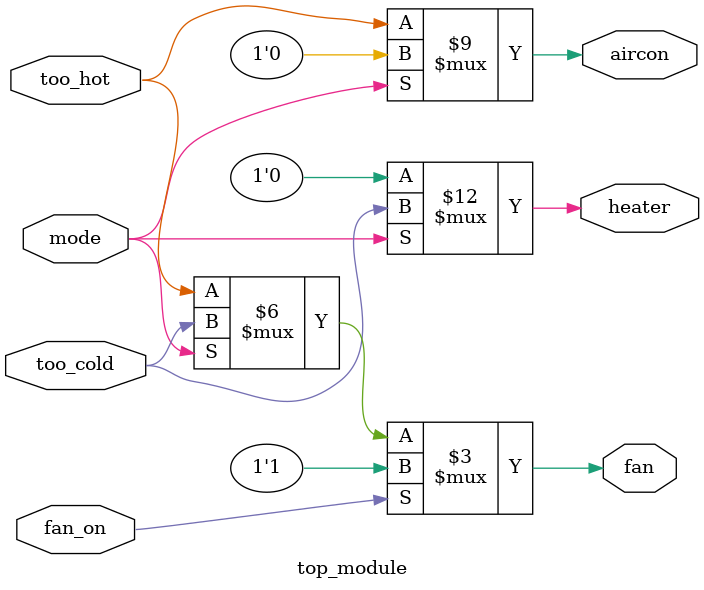
<source format=sv>
module top_module(
    input mode,
    input too_cold, 
    input too_hot,
    input fan_on,
    output reg heater,
    output reg aircon,
    output reg fan
);

always @(*) begin
    // Heating mode
    if (mode) begin
        heater = too_cold;
        aircon = 0;
        fan = heater; // Turn on fan if heater is on
    end
    // Cooling mode
    else begin
        heater = 0;
        aircon = too_hot;
        fan = aircon; // Turn on fan if AC is on
    end

    // Turn on fan if user requests it, even if heater/AC are off
    if (fan_on) begin
        fan = 1;
    end
end

endmodule

</source>
